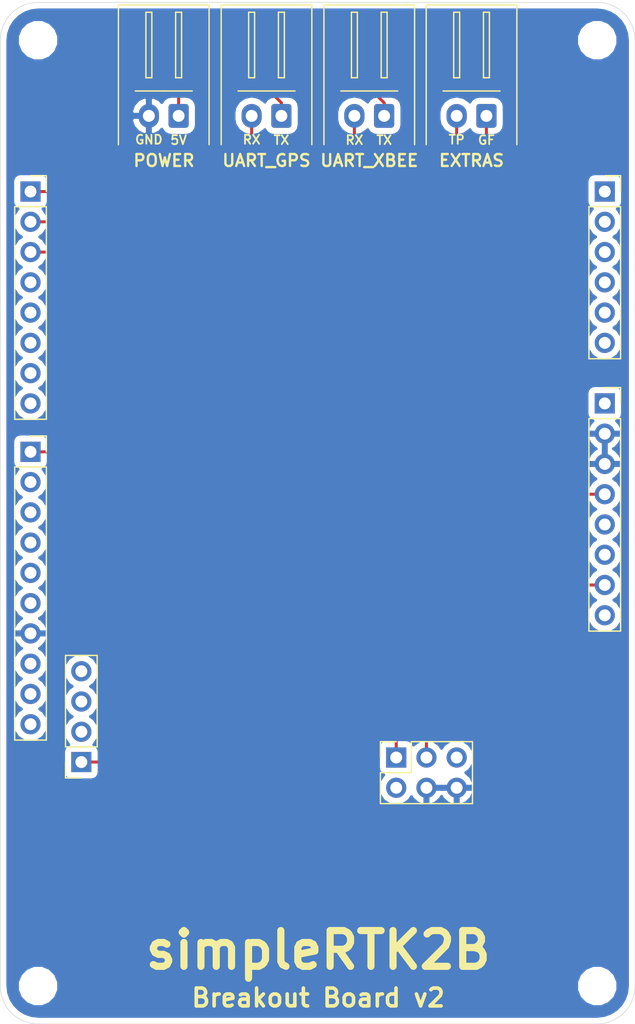
<source format=kicad_pcb>
(kicad_pcb (version 20171130) (host pcbnew "(6.0.0-rc1-dev-1209-gf90ca7408)")

  (general
    (thickness 1.6)
    (drawings 22)
    (tracks 43)
    (zones 0)
    (modules 14)
    (nets 38)
  )

  (page A4)
  (title_block
    (title "simpleRTK2B Breakout Board")
    (date 2019-01-04)
    (rev v2)
    (company "Blok21 Software Limited")
    (comment 1 "Author: Nebojša Cvetković")
  )

  (layers
    (0 F.Cu signal)
    (31 B.Cu signal)
    (32 B.Adhes user)
    (33 F.Adhes user)
    (34 B.Paste user)
    (35 F.Paste user)
    (36 B.SilkS user)
    (37 F.SilkS user)
    (38 B.Mask user)
    (39 F.Mask user)
    (40 Dwgs.User user)
    (41 Cmts.User user)
    (42 Eco1.User user)
    (43 Eco2.User user)
    (44 Edge.Cuts user)
    (45 Margin user)
    (46 B.CrtYd user)
    (47 F.CrtYd user)
    (48 B.Fab user)
    (49 F.Fab user)
  )

  (setup
    (last_trace_width 0.25)
    (trace_clearance 0.2)
    (zone_clearance 0.508)
    (zone_45_only no)
    (trace_min 0.2)
    (via_size 0.8)
    (via_drill 0.4)
    (via_min_size 0.4)
    (via_min_drill 0.3)
    (uvia_size 0.3)
    (uvia_drill 0.1)
    (uvias_allowed no)
    (uvia_min_size 0.2)
    (uvia_min_drill 0.1)
    (edge_width 0.05)
    (segment_width 0.2)
    (pcb_text_width 0.3)
    (pcb_text_size 1.5 1.5)
    (mod_edge_width 0.12)
    (mod_text_size 1 1)
    (mod_text_width 0.15)
    (pad_size 1.524 1.524)
    (pad_drill 0.762)
    (pad_to_mask_clearance 0.051)
    (solder_mask_min_width 0.25)
    (aux_axis_origin 0 0)
    (grid_origin 134.62 110.744)
    (visible_elements 7FFDFFFF)
    (pcbplotparams
      (layerselection 0x010f0_ffffffff)
      (usegerberextensions false)
      (usegerberattributes false)
      (usegerberadvancedattributes false)
      (creategerberjobfile false)
      (excludeedgelayer true)
      (linewidth 0.100000)
      (plotframeref false)
      (viasonmask false)
      (mode 1)
      (useauxorigin false)
      (hpglpennumber 1)
      (hpglpenspeed 20)
      (hpglpendiameter 15.000000)
      (psnegative false)
      (psa4output false)
      (plotreference true)
      (plotvalue true)
      (plotinvisibletext false)
      (padsonsilk false)
      (subtractmaskfromsilk false)
      (outputformat 1)
      (mirror false)
      (drillshape 0)
      (scaleselection 1)
      (outputdirectory "out"))
  )

  (net 0 "")
  (net 1 "Net-(J1-Pad8)")
  (net 2 "Net-(J1-Pad7)")
  (net 3 "Net-(J1-Pad6)")
  (net 4 "Net-(J1-Pad5)")
  (net 5 "Net-(J1-Pad4)")
  (net 6 XBEE_TX)
  (net 7 GPS_RX)
  (net 8 GPS_TX)
  (net 9 "Net-(J2-Pad10)")
  (net 10 "Net-(J2-Pad9)")
  (net 11 "Net-(J2-Pad8)")
  (net 12 GND)
  (net 13 "Net-(J2-Pad6)")
  (net 14 "Net-(J2-Pad5)")
  (net 15 "Net-(J2-Pad4)")
  (net 16 "Net-(J2-Pad3)")
  (net 17 "Net-(J2-Pad2)")
  (net 18 XBEE_RX)
  (net 19 +5V)
  (net 20 TIMEPULSE)
  (net 21 GEOFENCE)
  (net 22 TX_READY)
  (net 23 RESET_N)
  (net 24 SAFEBOOT_N)
  (net 25 +3V3)
  (net 26 "Net-(J11-Pad6)")
  (net 27 "Net-(J11-Pad5)")
  (net 28 "Net-(J11-Pad4)")
  (net 29 "Net-(J11-Pad3)")
  (net 30 "Net-(J11-Pad2)")
  (net 31 "Net-(J11-Pad1)")
  (net 32 "Net-(J12-Pad8)")
  (net 33 "Net-(J12-Pad6)")
  (net 34 "Net-(J12-Pad5)")
  (net 35 "Net-(J12-Pad1)")
  (net 36 "Net-(J8-Pad2)")
  (net 37 "Net-(J8-Pad5)")

  (net_class Default "This is the default net class."
    (clearance 0.2)
    (trace_width 0.25)
    (via_dia 0.8)
    (via_drill 0.4)
    (uvia_dia 0.3)
    (uvia_drill 0.1)
    (add_net +3V3)
    (add_net +5V)
    (add_net GEOFENCE)
    (add_net GND)
    (add_net GPS_RX)
    (add_net GPS_TX)
    (add_net "Net-(J1-Pad4)")
    (add_net "Net-(J1-Pad5)")
    (add_net "Net-(J1-Pad6)")
    (add_net "Net-(J1-Pad7)")
    (add_net "Net-(J1-Pad8)")
    (add_net "Net-(J11-Pad1)")
    (add_net "Net-(J11-Pad2)")
    (add_net "Net-(J11-Pad3)")
    (add_net "Net-(J11-Pad4)")
    (add_net "Net-(J11-Pad5)")
    (add_net "Net-(J11-Pad6)")
    (add_net "Net-(J12-Pad1)")
    (add_net "Net-(J12-Pad5)")
    (add_net "Net-(J12-Pad6)")
    (add_net "Net-(J12-Pad8)")
    (add_net "Net-(J2-Pad10)")
    (add_net "Net-(J2-Pad2)")
    (add_net "Net-(J2-Pad3)")
    (add_net "Net-(J2-Pad4)")
    (add_net "Net-(J2-Pad5)")
    (add_net "Net-(J2-Pad6)")
    (add_net "Net-(J2-Pad8)")
    (add_net "Net-(J2-Pad9)")
    (add_net "Net-(J8-Pad2)")
    (add_net "Net-(J8-Pad5)")
    (add_net RESET_N)
    (add_net SAFEBOOT_N)
    (add_net TIMEPULSE)
    (add_net TX_READY)
    (add_net XBEE_RX)
    (add_net XBEE_TX)
  )

  (module Connector_JST:JST_XH_S02B-XH-A_1x02_P2.50mm_Horizontal (layer F.Cu) (tedit 5C2E95CE) (tstamp 5C0931BE)
    (at 148.804 77.47 180)
    (descr "JST XH series connector, S02B-XH-A (http://www.jst-mfg.com/product/pdf/eng/eXH.pdf), generated with kicad-footprint-generator")
    (tags "connector JST XH top entry")
    (path /5C645020)
    (fp_text reference J6 (at 1.25 -3.5 180) (layer F.SilkS) hide
      (effects (font (size 1 1) (thickness 0.15)))
    )
    (fp_text value Conn_Extra (at 1.25 10.4 180) (layer F.Fab)
      (effects (font (size 1 1) (thickness 0.15)))
    )
    (fp_text user %R (at 1.25 3.45 180) (layer F.Fab)
      (effects (font (size 1 1) (thickness 0.15)))
    )
    (fp_line (start 0 1.2) (end 0.625 2.2) (layer F.Fab) (width 0.1))
    (fp_line (start -0.625 2.2) (end 0 1.2) (layer F.Fab) (width 0.1))
    (fp_line (start 2.75 3.2) (end 2.25 3.2) (layer F.SilkS) (width 0.12))
    (fp_line (start 2.75 8.7) (end 2.75 3.2) (layer F.SilkS) (width 0.12))
    (fp_line (start 2.25 8.7) (end 2.75 8.7) (layer F.SilkS) (width 0.12))
    (fp_line (start 2.25 3.2) (end 2.25 8.7) (layer F.SilkS) (width 0.12))
    (fp_line (start 0.25 3.2) (end -0.25 3.2) (layer F.SilkS) (width 0.12))
    (fp_line (start 0.25 8.7) (end 0.25 3.2) (layer F.SilkS) (width 0.12))
    (fp_line (start -0.25 8.7) (end 0.25 8.7) (layer F.SilkS) (width 0.12))
    (fp_line (start -0.25 3.2) (end -0.25 8.7) (layer F.SilkS) (width 0.12))
    (fp_line (start 3.75 2.2) (end 1.25 2.2) (layer F.Fab) (width 0.1))
    (fp_line (start 3.75 -2.3) (end 3.75 2.2) (layer F.Fab) (width 0.1))
    (fp_line (start 4.95 -2.3) (end 3.75 -2.3) (layer F.Fab) (width 0.1))
    (fp_line (start 4.95 9.2) (end 4.95 -2.3) (layer F.Fab) (width 0.1))
    (fp_line (start 1.25 9.2) (end 4.95 9.2) (layer F.Fab) (width 0.1))
    (fp_line (start -1.25 2.2) (end 1.25 2.2) (layer F.Fab) (width 0.1))
    (fp_line (start -1.25 -2.3) (end -1.25 2.2) (layer F.Fab) (width 0.1))
    (fp_line (start -2.45 -2.3) (end -1.25 -2.3) (layer F.Fab) (width 0.1))
    (fp_line (start -2.45 9.2) (end -2.45 -2.3) (layer F.Fab) (width 0.1))
    (fp_line (start 1.25 9.2) (end -2.45 9.2) (layer F.Fab) (width 0.1))
    (fp_line (start 3.64 2.09) (end 1.25 2.09) (layer F.SilkS) (width 0.12))
    (fp_line (start 5.06 9.31) (end 5.06 -2.41) (layer F.SilkS) (width 0.12))
    (fp_line (start 1.25 9.31) (end 5.06 9.31) (layer F.SilkS) (width 0.12))
    (fp_line (start -1.14 2.09) (end 1.25 2.09) (layer F.SilkS) (width 0.12))
    (fp_line (start -2.56 9.31) (end -2.56 -2.41) (layer F.SilkS) (width 0.12))
    (fp_line (start 1.25 9.31) (end -2.56 9.31) (layer F.SilkS) (width 0.12))
    (fp_line (start 5.45 -2.8) (end -2.95 -2.8) (layer F.CrtYd) (width 0.05))
    (fp_line (start 5.45 9.7) (end 5.45 -2.8) (layer F.CrtYd) (width 0.05))
    (fp_line (start -2.95 9.7) (end 5.45 9.7) (layer F.CrtYd) (width 0.05))
    (fp_line (start -2.95 -2.8) (end -2.95 9.7) (layer F.CrtYd) (width 0.05))
    (pad 2 thru_hole oval (at 2.5 0 180) (size 1.7 2) (drill 1) (layers *.Cu *.Mask)
      (net 20 TIMEPULSE))
    (pad 1 thru_hole roundrect (at 0 0 180) (size 1.7 2) (drill 1) (layers *.Cu *.Mask) (roundrect_rratio 0.147059)
      (net 21 GEOFENCE))
    (model ${KISYS3DMOD}/Connector_JST.3dshapes/JST_XH_S02B-XH-A_1x02_P2.50mm_Horizontal.wrl
      (at (xyz 0 0 0))
      (scale (xyz 1 1 1))
      (rotate (xyz 0 0 0))
    )
  )

  (module MountingHole:MountingHole_2.2mm_M2 (layer F.Cu) (tedit 56D1B4CB) (tstamp 5C301795)
    (at 158.115 150.495)
    (descr "Mounting Hole 2.2mm, no annular, M2")
    (tags "mounting hole 2.2mm no annular m2")
    (path /5C397A77)
    (attr virtual)
    (fp_text reference H4 (at 0 -3.2) (layer F.SilkS) hide
      (effects (font (size 1 1) (thickness 0.15)))
    )
    (fp_text value MountingHole (at 0 3.2) (layer F.Fab)
      (effects (font (size 1 1) (thickness 0.15)))
    )
    (fp_circle (center 0 0) (end 2.45 0) (layer F.CrtYd) (width 0.05))
    (fp_circle (center 0 0) (end 2.2 0) (layer Cmts.User) (width 0.15))
    (fp_text user %R (at 0.3 0) (layer F.Fab)
      (effects (font (size 1 1) (thickness 0.15)))
    )
    (pad 1 np_thru_hole circle (at 0 0) (size 2.2 2.2) (drill 2.2) (layers *.Cu *.Mask))
  )

  (module MountingHole:MountingHole_2.2mm_M2 (layer F.Cu) (tedit 56D1B4CB) (tstamp 5C302969)
    (at 111.125 150.495)
    (descr "Mounting Hole 2.2mm, no annular, M2")
    (tags "mounting hole 2.2mm no annular m2")
    (path /5C3975D1)
    (attr virtual)
    (fp_text reference H3 (at 0 -3.2) (layer F.SilkS) hide
      (effects (font (size 1 1) (thickness 0.15)))
    )
    (fp_text value MountingHole (at 0 3.2) (layer F.Fab)
      (effects (font (size 1 1) (thickness 0.15)))
    )
    (fp_circle (center 0 0) (end 2.45 0) (layer F.CrtYd) (width 0.05))
    (fp_circle (center 0 0) (end 2.2 0) (layer Cmts.User) (width 0.15))
    (fp_text user %R (at 0.3 0) (layer F.Fab)
      (effects (font (size 1 1) (thickness 0.15)))
    )
    (pad 1 np_thru_hole circle (at 0 0) (size 2.2 2.2) (drill 2.2) (layers *.Cu *.Mask))
  )

  (module MountingHole:MountingHole_2.2mm_M2 (layer F.Cu) (tedit 56D1B4CB) (tstamp 5C301785)
    (at 158.115 71.12)
    (descr "Mounting Hole 2.2mm, no annular, M2")
    (tags "mounting hole 2.2mm no annular m2")
    (path /5C39731C)
    (attr virtual)
    (fp_text reference H2 (at 0 -3.2) (layer F.SilkS) hide
      (effects (font (size 1 1) (thickness 0.15)))
    )
    (fp_text value MountingHole (at 0 3.2) (layer F.Fab)
      (effects (font (size 1 1) (thickness 0.15)))
    )
    (fp_circle (center 0 0) (end 2.45 0) (layer F.CrtYd) (width 0.05))
    (fp_circle (center 0 0) (end 2.2 0) (layer Cmts.User) (width 0.15))
    (fp_text user %R (at 0.3 0) (layer F.Fab)
      (effects (font (size 1 1) (thickness 0.15)))
    )
    (pad 1 np_thru_hole circle (at 0 0) (size 2.2 2.2) (drill 2.2) (layers *.Cu *.Mask))
  )

  (module MountingHole:MountingHole_2.2mm_M2 (layer F.Cu) (tedit 56D1B4CB) (tstamp 5C3028FF)
    (at 111.125 71.12)
    (descr "Mounting Hole 2.2mm, no annular, M2")
    (tags "mounting hole 2.2mm no annular m2")
    (path /5C396C63)
    (attr virtual)
    (fp_text reference H1 (at 0 -3.2) (layer F.SilkS) hide
      (effects (font (size 1 1) (thickness 0.15)))
    )
    (fp_text value MountingHole (at 0 3.2) (layer F.Fab)
      (effects (font (size 1 1) (thickness 0.15)))
    )
    (fp_circle (center 0 0) (end 2.45 0) (layer F.CrtYd) (width 0.05))
    (fp_circle (center 0 0) (end 2.2 0) (layer Cmts.User) (width 0.15))
    (fp_text user %R (at 0.3 0) (layer F.Fab)
      (effects (font (size 1 1) (thickness 0.15)))
    )
    (pad 1 np_thru_hole circle (at 0 0) (size 2.2 2.2) (drill 2.2) (layers *.Cu *.Mask))
  )

  (module Connector_JST:JST_XH_S02B-XH-A_1x02_P2.50mm_Horizontal (layer F.Cu) (tedit 5C05F79F) (tstamp 5C093135)
    (at 131.572 77.47 180)
    (descr "JST XH series connector, S02B-XH-A (http://www.jst-mfg.com/product/pdf/eng/eXH.pdf), generated with kicad-footprint-generator")
    (tags "connector JST XH top entry")
    (path /5C63F059)
    (fp_text reference J3 (at 1.25 -3.5 180) (layer F.SilkS) hide
      (effects (font (size 1 1) (thickness 0.15)))
    )
    (fp_text value Conn_UART_GPS (at 1.25 10.4 180) (layer F.Fab)
      (effects (font (size 1 1) (thickness 0.15)))
    )
    (fp_text user %R (at 1.25 3.45 180) (layer F.Fab)
      (effects (font (size 1 1) (thickness 0.15)))
    )
    (fp_line (start 0 1.2) (end 0.625 2.2) (layer F.Fab) (width 0.1))
    (fp_line (start -0.625 2.2) (end 0 1.2) (layer F.Fab) (width 0.1))
    (fp_line (start 2.75 3.2) (end 2.25 3.2) (layer F.SilkS) (width 0.12))
    (fp_line (start 2.75 8.7) (end 2.75 3.2) (layer F.SilkS) (width 0.12))
    (fp_line (start 2.25 8.7) (end 2.75 8.7) (layer F.SilkS) (width 0.12))
    (fp_line (start 2.25 3.2) (end 2.25 8.7) (layer F.SilkS) (width 0.12))
    (fp_line (start 0.25 3.2) (end -0.25 3.2) (layer F.SilkS) (width 0.12))
    (fp_line (start 0.25 8.7) (end 0.25 3.2) (layer F.SilkS) (width 0.12))
    (fp_line (start -0.25 8.7) (end 0.25 8.7) (layer F.SilkS) (width 0.12))
    (fp_line (start -0.25 3.2) (end -0.25 8.7) (layer F.SilkS) (width 0.12))
    (fp_line (start 3.75 2.2) (end 1.25 2.2) (layer F.Fab) (width 0.1))
    (fp_line (start 3.75 -2.3) (end 3.75 2.2) (layer F.Fab) (width 0.1))
    (fp_line (start 4.95 -2.3) (end 3.75 -2.3) (layer F.Fab) (width 0.1))
    (fp_line (start 4.95 9.2) (end 4.95 -2.3) (layer F.Fab) (width 0.1))
    (fp_line (start 1.25 9.2) (end 4.95 9.2) (layer F.Fab) (width 0.1))
    (fp_line (start -1.25 2.2) (end 1.25 2.2) (layer F.Fab) (width 0.1))
    (fp_line (start -1.25 -2.3) (end -1.25 2.2) (layer F.Fab) (width 0.1))
    (fp_line (start -2.45 -2.3) (end -1.25 -2.3) (layer F.Fab) (width 0.1))
    (fp_line (start -2.45 9.2) (end -2.45 -2.3) (layer F.Fab) (width 0.1))
    (fp_line (start 1.25 9.2) (end -2.45 9.2) (layer F.Fab) (width 0.1))
    (fp_line (start 3.64 2.09) (end 1.25 2.09) (layer F.SilkS) (width 0.12))
    (fp_line (start 5.06 9.31) (end 5.06 -2.41) (layer F.SilkS) (width 0.12))
    (fp_line (start 1.25 9.31) (end 5.06 9.31) (layer F.SilkS) (width 0.12))
    (fp_line (start -1.14 2.09) (end 1.25 2.09) (layer F.SilkS) (width 0.12))
    (fp_line (start -2.56 9.31) (end -2.56 -2.41) (layer F.SilkS) (width 0.12))
    (fp_line (start 1.25 9.31) (end -2.56 9.31) (layer F.SilkS) (width 0.12))
    (fp_line (start 5.45 -2.8) (end -2.95 -2.8) (layer F.CrtYd) (width 0.05))
    (fp_line (start 5.45 9.7) (end 5.45 -2.8) (layer F.CrtYd) (width 0.05))
    (fp_line (start -2.95 9.7) (end 5.45 9.7) (layer F.CrtYd) (width 0.05))
    (fp_line (start -2.95 -2.8) (end -2.95 9.7) (layer F.CrtYd) (width 0.05))
    (pad 2 thru_hole oval (at 2.5 0 180) (size 1.7 2) (drill 1) (layers *.Cu *.Mask)
      (net 7 GPS_RX))
    (pad 1 thru_hole roundrect (at 0 0 180) (size 1.7 2) (drill 1) (layers *.Cu *.Mask) (roundrect_rratio 0.147059)
      (net 8 GPS_TX))
    (model ${KISYS3DMOD}/Connector_JST.3dshapes/JST_XH_S02B-XH-A_1x02_P2.50mm_Horizontal.wrl
      (at (xyz 0 0 0))
      (scale (xyz 1 1 1))
      (rotate (xyz 0 0 0))
    )
  )

  (module Connector_JST:JST_XH_S02B-XH-A_1x02_P2.50mm_Horizontal (layer F.Cu) (tedit 5C05F78B) (tstamp 5C093161)
    (at 140.208 77.47 180)
    (descr "JST XH series connector, S02B-XH-A (http://www.jst-mfg.com/product/pdf/eng/eXH.pdf), generated with kicad-footprint-generator")
    (tags "connector JST XH top entry")
    (path /5C641AAF)
    (fp_text reference J4 (at 1.25 -3.5 180) (layer F.SilkS) hide
      (effects (font (size 1 1) (thickness 0.15)))
    )
    (fp_text value Conn_UART_XBEE (at 1.25 10.4 180) (layer F.Fab)
      (effects (font (size 1 1) (thickness 0.15)))
    )
    (fp_text user %R (at 1.25 3.45 180) (layer F.Fab)
      (effects (font (size 1 1) (thickness 0.15)))
    )
    (fp_line (start 0 1.2) (end 0.625 2.2) (layer F.Fab) (width 0.1))
    (fp_line (start -0.625 2.2) (end 0 1.2) (layer F.Fab) (width 0.1))
    (fp_line (start 2.75 3.2) (end 2.25 3.2) (layer F.SilkS) (width 0.12))
    (fp_line (start 2.75 8.7) (end 2.75 3.2) (layer F.SilkS) (width 0.12))
    (fp_line (start 2.25 8.7) (end 2.75 8.7) (layer F.SilkS) (width 0.12))
    (fp_line (start 2.25 3.2) (end 2.25 8.7) (layer F.SilkS) (width 0.12))
    (fp_line (start 0.25 3.2) (end -0.25 3.2) (layer F.SilkS) (width 0.12))
    (fp_line (start 0.25 8.7) (end 0.25 3.2) (layer F.SilkS) (width 0.12))
    (fp_line (start -0.25 8.7) (end 0.25 8.7) (layer F.SilkS) (width 0.12))
    (fp_line (start -0.25 3.2) (end -0.25 8.7) (layer F.SilkS) (width 0.12))
    (fp_line (start 3.75 2.2) (end 1.25 2.2) (layer F.Fab) (width 0.1))
    (fp_line (start 3.75 -2.3) (end 3.75 2.2) (layer F.Fab) (width 0.1))
    (fp_line (start 4.95 -2.3) (end 3.75 -2.3) (layer F.Fab) (width 0.1))
    (fp_line (start 4.95 9.2) (end 4.95 -2.3) (layer F.Fab) (width 0.1))
    (fp_line (start 1.25 9.2) (end 4.95 9.2) (layer F.Fab) (width 0.1))
    (fp_line (start -1.25 2.2) (end 1.25 2.2) (layer F.Fab) (width 0.1))
    (fp_line (start -1.25 -2.3) (end -1.25 2.2) (layer F.Fab) (width 0.1))
    (fp_line (start -2.45 -2.3) (end -1.25 -2.3) (layer F.Fab) (width 0.1))
    (fp_line (start -2.45 9.2) (end -2.45 -2.3) (layer F.Fab) (width 0.1))
    (fp_line (start 1.25 9.2) (end -2.45 9.2) (layer F.Fab) (width 0.1))
    (fp_line (start 3.64 2.09) (end 1.25 2.09) (layer F.SilkS) (width 0.12))
    (fp_line (start 5.06 9.31) (end 5.06 -2.41) (layer F.SilkS) (width 0.12))
    (fp_line (start 1.25 9.31) (end 5.06 9.31) (layer F.SilkS) (width 0.12))
    (fp_line (start -1.14 2.09) (end 1.25 2.09) (layer F.SilkS) (width 0.12))
    (fp_line (start -2.56 9.31) (end -2.56 -2.41) (layer F.SilkS) (width 0.12))
    (fp_line (start 1.25 9.31) (end -2.56 9.31) (layer F.SilkS) (width 0.12))
    (fp_line (start 5.45 -2.8) (end -2.95 -2.8) (layer F.CrtYd) (width 0.05))
    (fp_line (start 5.45 9.7) (end 5.45 -2.8) (layer F.CrtYd) (width 0.05))
    (fp_line (start -2.95 9.7) (end 5.45 9.7) (layer F.CrtYd) (width 0.05))
    (fp_line (start -2.95 -2.8) (end -2.95 9.7) (layer F.CrtYd) (width 0.05))
    (pad 2 thru_hole oval (at 2.5 0 180) (size 1.7 2) (drill 1) (layers *.Cu *.Mask)
      (net 18 XBEE_RX))
    (pad 1 thru_hole roundrect (at 0 0 180) (size 1.7 2) (drill 1) (layers *.Cu *.Mask) (roundrect_rratio 0.147059)
      (net 6 XBEE_TX))
    (model ${KISYS3DMOD}/Connector_JST.3dshapes/JST_XH_S02B-XH-A_1x02_P2.50mm_Horizontal.wrl
      (at (xyz 0 0 0))
      (scale (xyz 1 1 1))
      (rotate (xyz 0 0 0))
    )
  )

  (module Connector_JST:JST_XH_S02B-XH-A_1x02_P2.50mm_Horizontal (layer F.Cu) (tedit 5C05F77F) (tstamp 5C301B37)
    (at 122.936 77.47 180)
    (descr "JST XH series connector, S02B-XH-A (http://www.jst-mfg.com/product/pdf/eng/eXH.pdf), generated with kicad-footprint-generator")
    (tags "connector JST XH top entry")
    (path /5C641E05)
    (fp_text reference J5 (at 1.25 -3.5 180) (layer F.SilkS) hide
      (effects (font (size 1 1) (thickness 0.15)))
    )
    (fp_text value Conn_POWER (at 1.25 10.4 180) (layer F.Fab)
      (effects (font (size 1 1) (thickness 0.15)))
    )
    (fp_text user %R (at 1.25 3.45 180) (layer F.Fab)
      (effects (font (size 1 1) (thickness 0.15)))
    )
    (fp_line (start 0 1.2) (end 0.625 2.2) (layer F.Fab) (width 0.1))
    (fp_line (start -0.625 2.2) (end 0 1.2) (layer F.Fab) (width 0.1))
    (fp_line (start 2.75 3.2) (end 2.25 3.2) (layer F.SilkS) (width 0.12))
    (fp_line (start 2.75 8.7) (end 2.75 3.2) (layer F.SilkS) (width 0.12))
    (fp_line (start 2.25 8.7) (end 2.75 8.7) (layer F.SilkS) (width 0.12))
    (fp_line (start 2.25 3.2) (end 2.25 8.7) (layer F.SilkS) (width 0.12))
    (fp_line (start 0.25 3.2) (end -0.25 3.2) (layer F.SilkS) (width 0.12))
    (fp_line (start 0.25 8.7) (end 0.25 3.2) (layer F.SilkS) (width 0.12))
    (fp_line (start -0.25 8.7) (end 0.25 8.7) (layer F.SilkS) (width 0.12))
    (fp_line (start -0.25 3.2) (end -0.25 8.7) (layer F.SilkS) (width 0.12))
    (fp_line (start 3.75 2.2) (end 1.25 2.2) (layer F.Fab) (width 0.1))
    (fp_line (start 3.75 -2.3) (end 3.75 2.2) (layer F.Fab) (width 0.1))
    (fp_line (start 4.95 -2.3) (end 3.75 -2.3) (layer F.Fab) (width 0.1))
    (fp_line (start 4.95 9.2) (end 4.95 -2.3) (layer F.Fab) (width 0.1))
    (fp_line (start 1.25 9.2) (end 4.95 9.2) (layer F.Fab) (width 0.1))
    (fp_line (start -1.25 2.2) (end 1.25 2.2) (layer F.Fab) (width 0.1))
    (fp_line (start -1.25 -2.3) (end -1.25 2.2) (layer F.Fab) (width 0.1))
    (fp_line (start -2.45 -2.3) (end -1.25 -2.3) (layer F.Fab) (width 0.1))
    (fp_line (start -2.45 9.2) (end -2.45 -2.3) (layer F.Fab) (width 0.1))
    (fp_line (start 1.25 9.2) (end -2.45 9.2) (layer F.Fab) (width 0.1))
    (fp_line (start 3.64 2.09) (end 1.25 2.09) (layer F.SilkS) (width 0.12))
    (fp_line (start 5.06 9.31) (end 5.06 -2.41) (layer F.SilkS) (width 0.12))
    (fp_line (start 1.25 9.31) (end 5.06 9.31) (layer F.SilkS) (width 0.12))
    (fp_line (start -1.14 2.09) (end 1.25 2.09) (layer F.SilkS) (width 0.12))
    (fp_line (start -2.56 9.31) (end -2.56 -2.41) (layer F.SilkS) (width 0.12))
    (fp_line (start 1.25 9.31) (end -2.56 9.31) (layer F.SilkS) (width 0.12))
    (fp_line (start 5.45 -2.8) (end -2.95 -2.8) (layer F.CrtYd) (width 0.05))
    (fp_line (start 5.45 9.7) (end 5.45 -2.8) (layer F.CrtYd) (width 0.05))
    (fp_line (start -2.95 9.7) (end 5.45 9.7) (layer F.CrtYd) (width 0.05))
    (fp_line (start -2.95 -2.8) (end -2.95 9.7) (layer F.CrtYd) (width 0.05))
    (pad 2 thru_hole oval (at 2.5 0 180) (size 1.7 2) (drill 1) (layers *.Cu *.Mask)
      (net 12 GND))
    (pad 1 thru_hole roundrect (at 0 0 180) (size 1.7 2) (drill 1) (layers *.Cu *.Mask) (roundrect_rratio 0.147059)
      (net 19 +5V))
    (model ${KISYS3DMOD}/Connector_JST.3dshapes/JST_XH_S02B-XH-A_1x02_P2.50mm_Horizontal.wrl
      (at (xyz 0 0 0))
      (scale (xyz 1 1 1))
      (rotate (xyz 0 0 0))
    )
  )

  (module Connector_PinSocket_2.54mm:PinSocket_2x03_P2.54mm_Vertical (layer F.Cu) (tedit 5A19A425) (tstamp 5C060674)
    (at 141.224 131.318 90)
    (descr "Through hole straight socket strip, 2x03, 2.54mm pitch, double cols (from Kicad 4.0.7), script generated")
    (tags "Through hole socket strip THT 2x03 2.54mm double row")
    (path /5C06373A)
    (fp_text reference J8 (at -1.27 -2.77 90) (layer F.SilkS) hide
      (effects (font (size 1 1) (thickness 0.15)))
    )
    (fp_text value Conn_SR2B_F (at -1.27 7.85 90) (layer F.Fab)
      (effects (font (size 1 1) (thickness 0.15)))
    )
    (fp_text user %R (at -1.27 2.54 180) (layer F.Fab)
      (effects (font (size 1 1) (thickness 0.15)))
    )
    (fp_line (start -4.34 6.85) (end -4.34 -1.8) (layer F.CrtYd) (width 0.05))
    (fp_line (start 1.76 6.85) (end -4.34 6.85) (layer F.CrtYd) (width 0.05))
    (fp_line (start 1.76 -1.8) (end 1.76 6.85) (layer F.CrtYd) (width 0.05))
    (fp_line (start -4.34 -1.8) (end 1.76 -1.8) (layer F.CrtYd) (width 0.05))
    (fp_line (start 0 -1.33) (end 1.33 -1.33) (layer F.SilkS) (width 0.12))
    (fp_line (start 1.33 -1.33) (end 1.33 0) (layer F.SilkS) (width 0.12))
    (fp_line (start -1.27 -1.33) (end -1.27 1.27) (layer F.SilkS) (width 0.12))
    (fp_line (start -1.27 1.27) (end 1.33 1.27) (layer F.SilkS) (width 0.12))
    (fp_line (start 1.33 1.27) (end 1.33 6.41) (layer F.SilkS) (width 0.12))
    (fp_line (start -3.87 6.41) (end 1.33 6.41) (layer F.SilkS) (width 0.12))
    (fp_line (start -3.87 -1.33) (end -3.87 6.41) (layer F.SilkS) (width 0.12))
    (fp_line (start -3.87 -1.33) (end -1.27 -1.33) (layer F.SilkS) (width 0.12))
    (fp_line (start -3.81 6.35) (end -3.81 -1.27) (layer F.Fab) (width 0.1))
    (fp_line (start 1.27 6.35) (end -3.81 6.35) (layer F.Fab) (width 0.1))
    (fp_line (start 1.27 -0.27) (end 1.27 6.35) (layer F.Fab) (width 0.1))
    (fp_line (start 0.27 -1.27) (end 1.27 -0.27) (layer F.Fab) (width 0.1))
    (fp_line (start -3.81 -1.27) (end 0.27 -1.27) (layer F.Fab) (width 0.1))
    (pad 6 thru_hole oval (at -2.54 5.08 90) (size 1.7 1.7) (drill 1) (layers *.Cu *.Mask)
      (net 12 GND))
    (pad 5 thru_hole oval (at 0 5.08 90) (size 1.7 1.7) (drill 1) (layers *.Cu *.Mask)
      (net 37 "Net-(J8-Pad5)"))
    (pad 4 thru_hole oval (at -2.54 2.54 90) (size 1.7 1.7) (drill 1) (layers *.Cu *.Mask)
      (net 12 GND))
    (pad 3 thru_hole oval (at 0 2.54 90) (size 1.7 1.7) (drill 1) (layers *.Cu *.Mask)
      (net 25 +3V3))
    (pad 2 thru_hole oval (at -2.54 0 90) (size 1.7 1.7) (drill 1) (layers *.Cu *.Mask)
      (net 36 "Net-(J8-Pad2)"))
    (pad 1 thru_hole rect (at 0 0 90) (size 1.7 1.7) (drill 1) (layers *.Cu *.Mask)
      (net 21 GEOFENCE))
    (model ${KISYS3DMOD}/Connector_PinSocket_2.54mm.3dshapes/PinSocket_2x03_P2.54mm_Vertical.wrl
      (at (xyz 0 0 0))
      (scale (xyz 1 1 1))
      (rotate (xyz 0 0 0))
    )
  )

  (module Connector_PinSocket_2.54mm:PinSocket_1x08_P2.54mm_Vertical (layer F.Cu) (tedit 5A19A420) (tstamp 5C09324C)
    (at 158.75 101.6)
    (descr "Through hole straight socket strip, 1x08, 2.54mm pitch, single row (from Kicad 4.0.7), script generated")
    (tags "Through hole socket strip THT 1x08 2.54mm single row")
    (path /5C160F90)
    (fp_text reference J12 (at 0 -2.77) (layer F.SilkS) hide
      (effects (font (size 1 1) (thickness 0.15)))
    )
    (fp_text value Conn_SR2B_D (at 0 20.55) (layer F.Fab)
      (effects (font (size 1 1) (thickness 0.15)))
    )
    (fp_text user %R (at 0 8.89 90) (layer F.Fab)
      (effects (font (size 1 1) (thickness 0.15)))
    )
    (fp_line (start -1.8 19.55) (end -1.8 -1.8) (layer F.CrtYd) (width 0.05))
    (fp_line (start 1.75 19.55) (end -1.8 19.55) (layer F.CrtYd) (width 0.05))
    (fp_line (start 1.75 -1.8) (end 1.75 19.55) (layer F.CrtYd) (width 0.05))
    (fp_line (start -1.8 -1.8) (end 1.75 -1.8) (layer F.CrtYd) (width 0.05))
    (fp_line (start 0 -1.33) (end 1.33 -1.33) (layer F.SilkS) (width 0.12))
    (fp_line (start 1.33 -1.33) (end 1.33 0) (layer F.SilkS) (width 0.12))
    (fp_line (start 1.33 1.27) (end 1.33 19.11) (layer F.SilkS) (width 0.12))
    (fp_line (start -1.33 19.11) (end 1.33 19.11) (layer F.SilkS) (width 0.12))
    (fp_line (start -1.33 1.27) (end -1.33 19.11) (layer F.SilkS) (width 0.12))
    (fp_line (start -1.33 1.27) (end 1.33 1.27) (layer F.SilkS) (width 0.12))
    (fp_line (start -1.27 19.05) (end -1.27 -1.27) (layer F.Fab) (width 0.1))
    (fp_line (start 1.27 19.05) (end -1.27 19.05) (layer F.Fab) (width 0.1))
    (fp_line (start 1.27 -0.635) (end 1.27 19.05) (layer F.Fab) (width 0.1))
    (fp_line (start 0.635 -1.27) (end 1.27 -0.635) (layer F.Fab) (width 0.1))
    (fp_line (start -1.27 -1.27) (end 0.635 -1.27) (layer F.Fab) (width 0.1))
    (pad 8 thru_hole oval (at 0 17.78) (size 1.7 1.7) (drill 1) (layers *.Cu *.Mask)
      (net 32 "Net-(J12-Pad8)"))
    (pad 7 thru_hole oval (at 0 15.24) (size 1.7 1.7) (drill 1) (layers *.Cu *.Mask)
      (net 25 +3V3))
    (pad 6 thru_hole oval (at 0 12.7) (size 1.7 1.7) (drill 1) (layers *.Cu *.Mask)
      (net 33 "Net-(J12-Pad6)"))
    (pad 5 thru_hole oval (at 0 10.16) (size 1.7 1.7) (drill 1) (layers *.Cu *.Mask)
      (net 34 "Net-(J12-Pad5)"))
    (pad 4 thru_hole oval (at 0 7.62) (size 1.7 1.7) (drill 1) (layers *.Cu *.Mask)
      (net 19 +5V))
    (pad 3 thru_hole oval (at 0 5.08) (size 1.7 1.7) (drill 1) (layers *.Cu *.Mask)
      (net 12 GND))
    (pad 2 thru_hole oval (at 0 2.54) (size 1.7 1.7) (drill 1) (layers *.Cu *.Mask)
      (net 12 GND))
    (pad 1 thru_hole rect (at 0 0) (size 1.7 1.7) (drill 1) (layers *.Cu *.Mask)
      (net 35 "Net-(J12-Pad1)"))
    (model ${KISYS3DMOD}/Connector_PinSocket_2.54mm.3dshapes/PinSocket_1x08_P2.54mm_Vertical.wrl
      (at (xyz 0 0 0))
      (scale (xyz 1 1 1))
      (rotate (xyz 0 0 0))
    )
  )

  (module Connector_PinSocket_2.54mm:PinSocket_1x06_P2.54mm_Vertical (layer F.Cu) (tedit 5A19A430) (tstamp 5C093230)
    (at 158.75 83.82)
    (descr "Through hole straight socket strip, 1x06, 2.54mm pitch, single row (from Kicad 4.0.7), script generated")
    (tags "Through hole socket strip THT 1x06 2.54mm single row")
    (path /5C15F2EA)
    (fp_text reference J11 (at 0 -2.77) (layer F.SilkS) hide
      (effects (font (size 1 1) (thickness 0.15)))
    )
    (fp_text value Conn_SR2B_B (at 0 15.47) (layer F.Fab)
      (effects (font (size 1 1) (thickness 0.15)))
    )
    (fp_text user %R (at 0 6.35 90) (layer F.Fab)
      (effects (font (size 1 1) (thickness 0.15)))
    )
    (fp_line (start -1.8 14.45) (end -1.8 -1.8) (layer F.CrtYd) (width 0.05))
    (fp_line (start 1.75 14.45) (end -1.8 14.45) (layer F.CrtYd) (width 0.05))
    (fp_line (start 1.75 -1.8) (end 1.75 14.45) (layer F.CrtYd) (width 0.05))
    (fp_line (start -1.8 -1.8) (end 1.75 -1.8) (layer F.CrtYd) (width 0.05))
    (fp_line (start 0 -1.33) (end 1.33 -1.33) (layer F.SilkS) (width 0.12))
    (fp_line (start 1.33 -1.33) (end 1.33 0) (layer F.SilkS) (width 0.12))
    (fp_line (start 1.33 1.27) (end 1.33 14.03) (layer F.SilkS) (width 0.12))
    (fp_line (start -1.33 14.03) (end 1.33 14.03) (layer F.SilkS) (width 0.12))
    (fp_line (start -1.33 1.27) (end -1.33 14.03) (layer F.SilkS) (width 0.12))
    (fp_line (start -1.33 1.27) (end 1.33 1.27) (layer F.SilkS) (width 0.12))
    (fp_line (start -1.27 13.97) (end -1.27 -1.27) (layer F.Fab) (width 0.1))
    (fp_line (start 1.27 13.97) (end -1.27 13.97) (layer F.Fab) (width 0.1))
    (fp_line (start 1.27 -0.635) (end 1.27 13.97) (layer F.Fab) (width 0.1))
    (fp_line (start 0.635 -1.27) (end 1.27 -0.635) (layer F.Fab) (width 0.1))
    (fp_line (start -1.27 -1.27) (end 0.635 -1.27) (layer F.Fab) (width 0.1))
    (pad 6 thru_hole oval (at 0 12.7) (size 1.7 1.7) (drill 1) (layers *.Cu *.Mask)
      (net 26 "Net-(J11-Pad6)"))
    (pad 5 thru_hole oval (at 0 10.16) (size 1.7 1.7) (drill 1) (layers *.Cu *.Mask)
      (net 27 "Net-(J11-Pad5)"))
    (pad 4 thru_hole oval (at 0 7.62) (size 1.7 1.7) (drill 1) (layers *.Cu *.Mask)
      (net 28 "Net-(J11-Pad4)"))
    (pad 3 thru_hole oval (at 0 5.08) (size 1.7 1.7) (drill 1) (layers *.Cu *.Mask)
      (net 29 "Net-(J11-Pad3)"))
    (pad 2 thru_hole oval (at 0 2.54) (size 1.7 1.7) (drill 1) (layers *.Cu *.Mask)
      (net 30 "Net-(J11-Pad2)"))
    (pad 1 thru_hole rect (at 0 0) (size 1.7 1.7) (drill 1) (layers *.Cu *.Mask)
      (net 31 "Net-(J11-Pad1)"))
    (model ${KISYS3DMOD}/Connector_PinSocket_2.54mm.3dshapes/PinSocket_1x06_P2.54mm_Vertical.wrl
      (at (xyz 0 0 0))
      (scale (xyz 1 1 1))
      (rotate (xyz 0 0 0))
    )
  )

  (module Connector_PinSocket_2.54mm:PinSocket_1x04_P2.54mm_Vertical (layer F.Cu) (tedit 5A19A429) (tstamp 5C094FA0)
    (at 114.761 131.699 180)
    (descr "Through hole straight socket strip, 1x04, 2.54mm pitch, single row (from Kicad 4.0.7), script generated")
    (tags "Through hole socket strip THT 1x04 2.54mm single row")
    (path /5C6383C5)
    (fp_text reference J7 (at 0 -2.77 180) (layer F.SilkS) hide
      (effects (font (size 1 1) (thickness 0.15)))
    )
    (fp_text value Conn_SR2B_E (at 0 10.39 180) (layer F.Fab)
      (effects (font (size 1 1) (thickness 0.15)))
    )
    (fp_text user %R (at 0 3.81 270) (layer F.Fab)
      (effects (font (size 1 1) (thickness 0.15)))
    )
    (fp_line (start -1.8 9.4) (end -1.8 -1.8) (layer F.CrtYd) (width 0.05))
    (fp_line (start 1.75 9.4) (end -1.8 9.4) (layer F.CrtYd) (width 0.05))
    (fp_line (start 1.75 -1.8) (end 1.75 9.4) (layer F.CrtYd) (width 0.05))
    (fp_line (start -1.8 -1.8) (end 1.75 -1.8) (layer F.CrtYd) (width 0.05))
    (fp_line (start 0 -1.33) (end 1.33 -1.33) (layer F.SilkS) (width 0.12))
    (fp_line (start 1.33 -1.33) (end 1.33 0) (layer F.SilkS) (width 0.12))
    (fp_line (start 1.33 1.27) (end 1.33 8.95) (layer F.SilkS) (width 0.12))
    (fp_line (start -1.33 8.95) (end 1.33 8.95) (layer F.SilkS) (width 0.12))
    (fp_line (start -1.33 1.27) (end -1.33 8.95) (layer F.SilkS) (width 0.12))
    (fp_line (start -1.33 1.27) (end 1.33 1.27) (layer F.SilkS) (width 0.12))
    (fp_line (start -1.27 8.89) (end -1.27 -1.27) (layer F.Fab) (width 0.1))
    (fp_line (start 1.27 8.89) (end -1.27 8.89) (layer F.Fab) (width 0.1))
    (fp_line (start 1.27 -0.635) (end 1.27 8.89) (layer F.Fab) (width 0.1))
    (fp_line (start 0.635 -1.27) (end 1.27 -0.635) (layer F.Fab) (width 0.1))
    (fp_line (start -1.27 -1.27) (end 0.635 -1.27) (layer F.Fab) (width 0.1))
    (pad 4 thru_hole oval (at 0 7.62 180) (size 1.7 1.7) (drill 1) (layers *.Cu *.Mask)
      (net 22 TX_READY))
    (pad 3 thru_hole oval (at 0 5.08 180) (size 1.7 1.7) (drill 1) (layers *.Cu *.Mask)
      (net 23 RESET_N))
    (pad 2 thru_hole oval (at 0 2.54 180) (size 1.7 1.7) (drill 1) (layers *.Cu *.Mask)
      (net 24 SAFEBOOT_N))
    (pad 1 thru_hole rect (at 0 0 180) (size 1.7 1.7) (drill 1) (layers *.Cu *.Mask)
      (net 20 TIMEPULSE))
    (model ${KISYS3DMOD}/Connector_PinSocket_2.54mm.3dshapes/PinSocket_1x04_P2.54mm_Vertical.wrl
      (at (xyz 0 0 0))
      (scale (xyz 1 1 1))
      (rotate (xyz 0 0 0))
    )
  )

  (module Connector_PinSocket_2.54mm:PinSocket_1x10_P2.54mm_Vertical (layer F.Cu) (tedit 5A19A425) (tstamp 5C093109)
    (at 110.49 105.664)
    (descr "Through hole straight socket strip, 1x10, 2.54mm pitch, single row (from Kicad 4.0.7), script generated")
    (tags "Through hole socket strip THT 1x10 2.54mm single row")
    (path /5C160484)
    (fp_text reference J2 (at 0 -2.77) (layer F.SilkS) hide
      (effects (font (size 1 1) (thickness 0.15)))
    )
    (fp_text value Conn_SR2B_C (at 0 25.63) (layer F.Fab)
      (effects (font (size 1 1) (thickness 0.15)))
    )
    (fp_text user %R (at 0 11.43 90) (layer F.Fab)
      (effects (font (size 1 1) (thickness 0.15)))
    )
    (fp_line (start -1.8 24.6) (end -1.8 -1.8) (layer F.CrtYd) (width 0.05))
    (fp_line (start 1.75 24.6) (end -1.8 24.6) (layer F.CrtYd) (width 0.05))
    (fp_line (start 1.75 -1.8) (end 1.75 24.6) (layer F.CrtYd) (width 0.05))
    (fp_line (start -1.8 -1.8) (end 1.75 -1.8) (layer F.CrtYd) (width 0.05))
    (fp_line (start 0 -1.33) (end 1.33 -1.33) (layer F.SilkS) (width 0.12))
    (fp_line (start 1.33 -1.33) (end 1.33 0) (layer F.SilkS) (width 0.12))
    (fp_line (start 1.33 1.27) (end 1.33 24.19) (layer F.SilkS) (width 0.12))
    (fp_line (start -1.33 24.19) (end 1.33 24.19) (layer F.SilkS) (width 0.12))
    (fp_line (start -1.33 1.27) (end -1.33 24.19) (layer F.SilkS) (width 0.12))
    (fp_line (start -1.33 1.27) (end 1.33 1.27) (layer F.SilkS) (width 0.12))
    (fp_line (start -1.27 24.13) (end -1.27 -1.27) (layer F.Fab) (width 0.1))
    (fp_line (start 1.27 24.13) (end -1.27 24.13) (layer F.Fab) (width 0.1))
    (fp_line (start 1.27 -0.635) (end 1.27 24.13) (layer F.Fab) (width 0.1))
    (fp_line (start 0.635 -1.27) (end 1.27 -0.635) (layer F.Fab) (width 0.1))
    (fp_line (start -1.27 -1.27) (end 0.635 -1.27) (layer F.Fab) (width 0.1))
    (pad 10 thru_hole oval (at 0 22.86) (size 1.7 1.7) (drill 1) (layers *.Cu *.Mask)
      (net 9 "Net-(J2-Pad10)"))
    (pad 9 thru_hole oval (at 0 20.32) (size 1.7 1.7) (drill 1) (layers *.Cu *.Mask)
      (net 10 "Net-(J2-Pad9)"))
    (pad 8 thru_hole oval (at 0 17.78) (size 1.7 1.7) (drill 1) (layers *.Cu *.Mask)
      (net 11 "Net-(J2-Pad8)"))
    (pad 7 thru_hole oval (at 0 15.24) (size 1.7 1.7) (drill 1) (layers *.Cu *.Mask)
      (net 12 GND))
    (pad 6 thru_hole oval (at 0 12.7) (size 1.7 1.7) (drill 1) (layers *.Cu *.Mask)
      (net 13 "Net-(J2-Pad6)"))
    (pad 5 thru_hole oval (at 0 10.16) (size 1.7 1.7) (drill 1) (layers *.Cu *.Mask)
      (net 14 "Net-(J2-Pad5)"))
    (pad 4 thru_hole oval (at 0 7.62) (size 1.7 1.7) (drill 1) (layers *.Cu *.Mask)
      (net 15 "Net-(J2-Pad4)"))
    (pad 3 thru_hole oval (at 0 5.08) (size 1.7 1.7) (drill 1) (layers *.Cu *.Mask)
      (net 16 "Net-(J2-Pad3)"))
    (pad 2 thru_hole oval (at 0 2.54) (size 1.7 1.7) (drill 1) (layers *.Cu *.Mask)
      (net 17 "Net-(J2-Pad2)"))
    (pad 1 thru_hole rect (at 0 0) (size 1.7 1.7) (drill 1) (layers *.Cu *.Mask)
      (net 18 XBEE_RX))
    (model ${KISYS3DMOD}/Connector_PinSocket_2.54mm.3dshapes/PinSocket_1x10_P2.54mm_Vertical.wrl
      (at (xyz 0 0 0))
      (scale (xyz 1 1 1))
      (rotate (xyz 0 0 0))
    )
  )

  (module Connector_PinSocket_2.54mm:PinSocket_1x08_P2.54mm_Vertical (layer F.Cu) (tedit 5A19A420) (tstamp 5C0930EB)
    (at 110.49 83.82)
    (descr "Through hole straight socket strip, 1x08, 2.54mm pitch, single row (from Kicad 4.0.7), script generated")
    (tags "Through hole socket strip THT 1x08 2.54mm single row")
    (path /5C15E588)
    (fp_text reference J1 (at 0 -2.77) (layer F.SilkS) hide
      (effects (font (size 1 1) (thickness 0.15)))
    )
    (fp_text value Conn_SR2B_A (at 0 20.55) (layer F.Fab)
      (effects (font (size 1 1) (thickness 0.15)))
    )
    (fp_text user %R (at 0 8.89 90) (layer F.Fab)
      (effects (font (size 1 1) (thickness 0.15)))
    )
    (fp_line (start -1.8 19.55) (end -1.8 -1.8) (layer F.CrtYd) (width 0.05))
    (fp_line (start 1.75 19.55) (end -1.8 19.55) (layer F.CrtYd) (width 0.05))
    (fp_line (start 1.75 -1.8) (end 1.75 19.55) (layer F.CrtYd) (width 0.05))
    (fp_line (start -1.8 -1.8) (end 1.75 -1.8) (layer F.CrtYd) (width 0.05))
    (fp_line (start 0 -1.33) (end 1.33 -1.33) (layer F.SilkS) (width 0.12))
    (fp_line (start 1.33 -1.33) (end 1.33 0) (layer F.SilkS) (width 0.12))
    (fp_line (start 1.33 1.27) (end 1.33 19.11) (layer F.SilkS) (width 0.12))
    (fp_line (start -1.33 19.11) (end 1.33 19.11) (layer F.SilkS) (width 0.12))
    (fp_line (start -1.33 1.27) (end -1.33 19.11) (layer F.SilkS) (width 0.12))
    (fp_line (start -1.33 1.27) (end 1.33 1.27) (layer F.SilkS) (width 0.12))
    (fp_line (start -1.27 19.05) (end -1.27 -1.27) (layer F.Fab) (width 0.1))
    (fp_line (start 1.27 19.05) (end -1.27 19.05) (layer F.Fab) (width 0.1))
    (fp_line (start 1.27 -0.635) (end 1.27 19.05) (layer F.Fab) (width 0.1))
    (fp_line (start 0.635 -1.27) (end 1.27 -0.635) (layer F.Fab) (width 0.1))
    (fp_line (start -1.27 -1.27) (end 0.635 -1.27) (layer F.Fab) (width 0.1))
    (pad 8 thru_hole oval (at 0 17.78) (size 1.7 1.7) (drill 1) (layers *.Cu *.Mask)
      (net 1 "Net-(J1-Pad8)"))
    (pad 7 thru_hole oval (at 0 15.24) (size 1.7 1.7) (drill 1) (layers *.Cu *.Mask)
      (net 2 "Net-(J1-Pad7)"))
    (pad 6 thru_hole oval (at 0 12.7) (size 1.7 1.7) (drill 1) (layers *.Cu *.Mask)
      (net 3 "Net-(J1-Pad6)"))
    (pad 5 thru_hole oval (at 0 10.16) (size 1.7 1.7) (drill 1) (layers *.Cu *.Mask)
      (net 4 "Net-(J1-Pad5)"))
    (pad 4 thru_hole oval (at 0 7.62) (size 1.7 1.7) (drill 1) (layers *.Cu *.Mask)
      (net 5 "Net-(J1-Pad4)"))
    (pad 3 thru_hole oval (at 0 5.08) (size 1.7 1.7) (drill 1) (layers *.Cu *.Mask)
      (net 6 XBEE_TX))
    (pad 2 thru_hole oval (at 0 2.54) (size 1.7 1.7) (drill 1) (layers *.Cu *.Mask)
      (net 7 GPS_RX))
    (pad 1 thru_hole rect (at 0 0) (size 1.7 1.7) (drill 1) (layers *.Cu *.Mask)
      (net 8 GPS_TX))
    (model ${KISYS3DMOD}/Connector_PinSocket_2.54mm.3dshapes/PinSocket_1x08_P2.54mm_Vertical.wrl
      (at (xyz 0 0 0))
      (scale (xyz 1 1 1))
      (rotate (xyz 0 0 0))
    )
  )

  (gr_arc (start 111.125 71.12) (end 111.125 67.945) (angle -90) (layer Edge.Cuts) (width 0.05))
  (gr_arc (start 158.115 71.12) (end 161.29 71.12) (angle -90) (layer Edge.Cuts) (width 0.05))
  (gr_arc (start 158.115 150.495) (end 158.115 153.67) (angle -90) (layer Edge.Cuts) (width 0.05))
  (gr_arc (start 111.125 150.495) (end 107.95 150.495) (angle -90) (layer Edge.Cuts) (width 0.05))
  (gr_line (start 158.115 153.67) (end 111.125 153.67) (layer Edge.Cuts) (width 0.05))
  (gr_line (start 161.29 150.495) (end 161.29 71.12) (layer Edge.Cuts) (width 0.05))
  (gr_line (start 111.125 67.945) (end 158.115 67.945) (layer Edge.Cuts) (width 0.05))
  (gr_line (start 107.95 150.495) (end 107.95 71.12) (layer Edge.Cuts) (width 0.05))
  (gr_text "Breakout Board v2" (at 134.67 151.484) (layer F.SilkS) (tstamp 5C2EC7B9)
    (effects (font (size 1.5 1.5) (thickness 0.3)))
  )
  (gr_text simpleRTK2B (at 134.67 147.484) (layer F.SilkS) (tstamp 5C2EC7B6)
    (effects (font (size 3 3) (thickness 0.6)))
  )
  (gr_text TP (at 146.304 79.47) (layer F.SilkS) (tstamp 5C300E21)
    (effects (font (size 0.75 0.75) (thickness 0.15)))
  )
  (gr_text GF (at 148.804 79.502) (layer F.SilkS) (tstamp 5C0625C2)
    (effects (font (size 0.75 0.75) (thickness 0.15)))
  )
  (gr_text RX (at 129.072 79.47) (layer F.SilkS) (tstamp 5C30273C)
    (effects (font (size 0.75 0.75) (thickness 0.15)))
  )
  (gr_text TX (at 131.572 79.502) (layer F.SilkS) (tstamp 5C06254D)
    (effects (font (size 0.75 0.75) (thickness 0.15)))
  )
  (gr_text RX (at 137.708 79.502) (layer F.SilkS) (tstamp 5C0624DB)
    (effects (font (size 0.75 0.75) (thickness 0.15)))
  )
  (gr_text TX (at 140.208 79.502) (layer F.SilkS) (tstamp 5C062466)
    (effects (font (size 0.75 0.75) (thickness 0.15)))
  )
  (gr_text GND (at 120.436 79.466) (layer F.SilkS) (tstamp 5C06243E)
    (effects (font (size 0.75 0.75) (thickness 0.15)))
  )
  (gr_text 5V (at 122.936 79.502) (layer F.SilkS)
    (effects (font (size 0.75 0.75) (thickness 0.15)))
  )
  (gr_text EXTRAS (at 147.554 81.22) (layer F.SilkS) (tstamp 5C061D40)
    (effects (font (size 1 1) (thickness 0.2)))
  )
  (gr_text UART_GPS (at 130.322 81.22) (layer F.SilkS) (tstamp 5C061D3D)
    (effects (font (size 1 1) (thickness 0.2)))
  )
  (gr_text UART_XBEE (at 138.958 81.22) (layer F.SilkS) (tstamp 5C061D34)
    (effects (font (size 1 1) (thickness 0.2)))
  )
  (gr_text POWER (at 121.706 81.22) (layer F.SilkS) (tstamp 5C3028D5)
    (effects (font (size 1 1) (thickness 0.2)))
  )

  (segment (start 135.763 87.63) (end 134.493 88.9) (width 0.25) (layer F.Cu) (net 6))
  (segment (start 134.493 88.9) (end 110.49 88.9) (width 0.25) (layer F.Cu) (net 6))
  (segment (start 140.208 77.47) (end 140.208 76.37) (width 0.25) (layer F.Cu) (net 6))
  (segment (start 140.208 76.37) (end 139.403 75.565) (width 0.25) (layer F.Cu) (net 6))
  (segment (start 135.763 76.2) (end 135.763 87.63) (width 0.25) (layer F.Cu) (net 6))
  (segment (start 139.403 75.565) (end 136.398 75.565) (width 0.25) (layer F.Cu) (net 6))
  (segment (start 136.398 75.565) (end 135.763 76.2) (width 0.25) (layer F.Cu) (net 6))
  (segment (start 129.072 85.09) (end 127.802 86.36) (width 0.25) (layer F.Cu) (net 7))
  (segment (start 127.802 86.36) (end 110.49 86.36) (width 0.25) (layer F.Cu) (net 7))
  (segment (start 129.072 77.47) (end 129.072 85.09) (width 0.25) (layer F.Cu) (net 7))
  (segment (start 125.897 83.82) (end 110.49 83.82) (width 0.25) (layer F.Cu) (net 8))
  (segment (start 131.572 77.47) (end 131.572 76.37) (width 0.25) (layer F.Cu) (net 8))
  (segment (start 131.572 76.37) (end 130.767 75.565) (width 0.25) (layer F.Cu) (net 8))
  (segment (start 130.767 75.565) (end 127.802 75.565) (width 0.25) (layer F.Cu) (net 8))
  (segment (start 127.802 75.565) (end 127.167 76.2) (width 0.25) (layer F.Cu) (net 8))
  (segment (start 127.167 76.2) (end 127.167 82.55) (width 0.25) (layer F.Cu) (net 8))
  (segment (start 127.167 82.55) (end 125.897 83.82) (width 0.25) (layer F.Cu) (net 8))
  (segment (start 137.708 104.14) (end 137.708 77.47) (width 0.25) (layer F.Cu) (net 18))
  (segment (start 110.49 105.664) (end 136.184 105.664) (width 0.25) (layer F.Cu) (net 18))
  (segment (start 136.184 105.664) (end 137.708 104.14) (width 0.25) (layer F.Cu) (net 18))
  (segment (start 152.146 109.22) (end 158.75 109.22) (width 0.25) (layer F.Cu) (net 19))
  (segment (start 122.936 77.47) (end 122.936 75.565) (width 0.25) (layer F.Cu) (net 19))
  (segment (start 122.936 75.565) (end 124.206 74.295) (width 0.25) (layer F.Cu) (net 19))
  (segment (start 149.606 74.295) (end 150.876 75.565) (width 0.25) (layer F.Cu) (net 19))
  (segment (start 150.876 75.565) (end 150.876 107.95) (width 0.25) (layer F.Cu) (net 19))
  (segment (start 124.206 74.295) (end 149.606 74.295) (width 0.25) (layer F.Cu) (net 19))
  (segment (start 150.876 107.95) (end 152.146 109.22) (width 0.25) (layer F.Cu) (net 19))
  (segment (start 114.761 131.699) (end 137.621 131.699) (width 0.25) (layer F.Cu) (net 20))
  (segment (start 137.621 131.699) (end 138.684 130.636) (width 0.25) (layer F.Cu) (net 20))
  (segment (start 146.304 112.99) (end 146.304 77.47) (width 0.25) (layer F.Cu) (net 20))
  (segment (start 144.994 114.3) (end 146.304 112.99) (width 0.25) (layer F.Cu) (net 20))
  (segment (start 139.7 114.3) (end 144.994 114.3) (width 0.25) (layer F.Cu) (net 20))
  (segment (start 138.684 130.636) (end 138.684 115.316) (width 0.25) (layer F.Cu) (net 20))
  (segment (start 138.684 115.316) (end 139.7 114.3) (width 0.25) (layer F.Cu) (net 20))
  (segment (start 148.804 113.03) (end 148.804 77.47) (width 0.25) (layer F.Cu) (net 21))
  (segment (start 148.804 114.3) (end 148.804 113.03) (width 0.25) (layer F.Cu) (net 21))
  (segment (start 147.534 115.57) (end 148.804 114.3) (width 0.25) (layer F.Cu) (net 21))
  (segment (start 142.24 115.57) (end 147.534 115.57) (width 0.25) (layer F.Cu) (net 21))
  (segment (start 141.224 116.586) (end 142.24 115.57) (width 0.25) (layer F.Cu) (net 21))
  (segment (start 141.224 131.318) (end 141.224 116.586) (width 0.25) (layer F.Cu) (net 21))
  (segment (start 143.764 131.318) (end 143.764 117.856) (width 0.25) (layer F.Cu) (net 25))
  (segment (start 144.78 116.84) (end 158.75 116.84) (width 0.25) (layer F.Cu) (net 25))
  (segment (start 143.764 117.856) (end 144.78 116.84) (width 0.25) (layer F.Cu) (net 25))

  (zone (net 12) (net_name GND) (layer B.Cu) (tstamp 0) (hatch edge 0.508)
    (connect_pads (clearance 0.508))
    (min_thickness 0.254)
    (fill yes (arc_segments 16) (thermal_gap 0.508) (thermal_bridge_width 0.508))
    (polygon
      (pts
        (xy 107.95 67.945) (xy 161.29 67.945) (xy 161.29 153.67) (xy 107.95 153.67)
      )
    )
    (filled_polygon
      (pts
        (xy 158.676852 68.647005) (xy 159.210776 68.832937) (xy 159.690244 69.132541) (xy 160.091415 69.530922) (xy 160.394358 70.008284)
        (xy 160.584014 70.540901) (xy 160.655001 71.136214) (xy 160.655 150.459494) (xy 160.587995 151.056852) (xy 160.402063 151.590777)
        (xy 160.10246 152.070242) (xy 159.704078 152.471415) (xy 159.226716 152.774358) (xy 158.694103 152.964013) (xy 158.098794 153.035)
        (xy 111.160506 153.035) (xy 110.563148 152.967995) (xy 110.029223 152.782063) (xy 109.549758 152.48246) (xy 109.148585 152.084078)
        (xy 108.845642 151.606716) (xy 108.655987 151.074103) (xy 108.585 150.478794) (xy 108.585 150.149887) (xy 109.39 150.149887)
        (xy 109.39 150.840113) (xy 109.654138 151.477799) (xy 110.142201 151.965862) (xy 110.779887 152.23) (xy 111.470113 152.23)
        (xy 112.107799 151.965862) (xy 112.595862 151.477799) (xy 112.86 150.840113) (xy 112.86 150.149887) (xy 156.38 150.149887)
        (xy 156.38 150.840113) (xy 156.644138 151.477799) (xy 157.132201 151.965862) (xy 157.769887 152.23) (xy 158.460113 152.23)
        (xy 159.097799 151.965862) (xy 159.585862 151.477799) (xy 159.85 150.840113) (xy 159.85 150.149887) (xy 159.585862 149.512201)
        (xy 159.097799 149.024138) (xy 158.460113 148.76) (xy 157.769887 148.76) (xy 157.132201 149.024138) (xy 156.644138 149.512201)
        (xy 156.38 150.149887) (xy 112.86 150.149887) (xy 112.595862 149.512201) (xy 112.107799 149.024138) (xy 111.470113 148.76)
        (xy 110.779887 148.76) (xy 110.142201 149.024138) (xy 109.654138 149.512201) (xy 109.39 150.149887) (xy 108.585 150.149887)
        (xy 108.585 133.858) (xy 139.709908 133.858) (xy 139.825161 134.437418) (xy 140.153375 134.928625) (xy 140.644582 135.256839)
        (xy 141.077744 135.343) (xy 141.370256 135.343) (xy 141.803418 135.256839) (xy 142.294625 134.928625) (xy 142.507843 134.609522)
        (xy 142.568817 134.739358) (xy 142.997076 135.129645) (xy 143.40711 135.299476) (xy 143.637 135.178155) (xy 143.637 133.985)
        (xy 143.891 133.985) (xy 143.891 135.178155) (xy 144.12089 135.299476) (xy 144.530924 135.129645) (xy 144.959183 134.739358)
        (xy 145.034 134.580046) (xy 145.108817 134.739358) (xy 145.537076 135.129645) (xy 145.94711 135.299476) (xy 146.177 135.178155)
        (xy 146.177 133.985) (xy 146.431 133.985) (xy 146.431 135.178155) (xy 146.66089 135.299476) (xy 147.070924 135.129645)
        (xy 147.499183 134.739358) (xy 147.745486 134.214892) (xy 147.624819 133.985) (xy 146.431 133.985) (xy 146.177 133.985)
        (xy 143.891 133.985) (xy 143.637 133.985) (xy 143.617 133.985) (xy 143.617 133.731) (xy 143.637 133.731)
        (xy 143.637 133.711) (xy 143.891 133.711) (xy 143.891 133.731) (xy 146.177 133.731) (xy 146.177 133.711)
        (xy 146.431 133.711) (xy 146.431 133.731) (xy 147.624819 133.731) (xy 147.745486 133.501108) (xy 147.499183 132.976642)
        (xy 147.074214 132.589353) (xy 147.374625 132.388625) (xy 147.702839 131.897418) (xy 147.818092 131.318) (xy 147.702839 130.738582)
        (xy 147.374625 130.247375) (xy 146.883418 129.919161) (xy 146.450256 129.833) (xy 146.157744 129.833) (xy 145.724582 129.919161)
        (xy 145.233375 130.247375) (xy 145.034 130.545761) (xy 144.834625 130.247375) (xy 144.343418 129.919161) (xy 143.910256 129.833)
        (xy 143.617744 129.833) (xy 143.184582 129.919161) (xy 142.693375 130.247375) (xy 142.681184 130.265619) (xy 142.672157 130.220235)
        (xy 142.531809 130.010191) (xy 142.321765 129.869843) (xy 142.074 129.82056) (xy 140.374 129.82056) (xy 140.126235 129.869843)
        (xy 139.916191 130.010191) (xy 139.775843 130.220235) (xy 139.72656 130.468) (xy 139.72656 132.168) (xy 139.775843 132.415765)
        (xy 139.916191 132.625809) (xy 140.126235 132.766157) (xy 140.171619 132.775184) (xy 140.153375 132.787375) (xy 139.825161 133.278582)
        (xy 139.709908 133.858) (xy 108.585 133.858) (xy 108.585 123.444) (xy 108.975908 123.444) (xy 109.091161 124.023418)
        (xy 109.419375 124.514625) (xy 109.717761 124.714) (xy 109.419375 124.913375) (xy 109.091161 125.404582) (xy 108.975908 125.984)
        (xy 109.091161 126.563418) (xy 109.419375 127.054625) (xy 109.717761 127.254) (xy 109.419375 127.453375) (xy 109.091161 127.944582)
        (xy 108.975908 128.524) (xy 109.091161 129.103418) (xy 109.419375 129.594625) (xy 109.910582 129.922839) (xy 110.343744 130.009)
        (xy 110.636256 130.009) (xy 111.069418 129.922839) (xy 111.560625 129.594625) (xy 111.888839 129.103418) (xy 112.004092 128.524)
        (xy 111.888839 127.944582) (xy 111.560625 127.453375) (xy 111.262239 127.254) (xy 111.560625 127.054625) (xy 111.888839 126.563418)
        (xy 112.004092 125.984) (xy 111.888839 125.404582) (xy 111.560625 124.913375) (xy 111.262239 124.714) (xy 111.560625 124.514625)
        (xy 111.8517 124.079) (xy 113.246908 124.079) (xy 113.362161 124.658418) (xy 113.690375 125.149625) (xy 113.988761 125.349)
        (xy 113.690375 125.548375) (xy 113.362161 126.039582) (xy 113.246908 126.619) (xy 113.362161 127.198418) (xy 113.690375 127.689625)
        (xy 113.988761 127.889) (xy 113.690375 128.088375) (xy 113.362161 128.579582) (xy 113.246908 129.159) (xy 113.362161 129.738418)
        (xy 113.690375 130.229625) (xy 113.708619 130.241816) (xy 113.663235 130.250843) (xy 113.453191 130.391191) (xy 113.312843 130.601235)
        (xy 113.26356 130.849) (xy 113.26356 132.549) (xy 113.312843 132.796765) (xy 113.453191 133.006809) (xy 113.663235 133.147157)
        (xy 113.911 133.19644) (xy 115.611 133.19644) (xy 115.858765 133.147157) (xy 116.068809 133.006809) (xy 116.209157 132.796765)
        (xy 116.25844 132.549) (xy 116.25844 130.849) (xy 116.209157 130.601235) (xy 116.068809 130.391191) (xy 115.858765 130.250843)
        (xy 115.813381 130.241816) (xy 115.831625 130.229625) (xy 116.159839 129.738418) (xy 116.275092 129.159) (xy 116.159839 128.579582)
        (xy 115.831625 128.088375) (xy 115.533239 127.889) (xy 115.831625 127.689625) (xy 116.159839 127.198418) (xy 116.275092 126.619)
        (xy 116.159839 126.039582) (xy 115.831625 125.548375) (xy 115.533239 125.349) (xy 115.831625 125.149625) (xy 116.159839 124.658418)
        (xy 116.275092 124.079) (xy 116.159839 123.499582) (xy 115.831625 123.008375) (xy 115.340418 122.680161) (xy 114.907256 122.594)
        (xy 114.614744 122.594) (xy 114.181582 122.680161) (xy 113.690375 123.008375) (xy 113.362161 123.499582) (xy 113.246908 124.079)
        (xy 111.8517 124.079) (xy 111.888839 124.023418) (xy 112.004092 123.444) (xy 111.888839 122.864582) (xy 111.560625 122.373375)
        (xy 111.241522 122.160157) (xy 111.371358 122.099183) (xy 111.761645 121.670924) (xy 111.931476 121.26089) (xy 111.810155 121.031)
        (xy 110.617 121.031) (xy 110.617 121.051) (xy 110.363 121.051) (xy 110.363 121.031) (xy 109.169845 121.031)
        (xy 109.048524 121.26089) (xy 109.218355 121.670924) (xy 109.608642 122.099183) (xy 109.738478 122.160157) (xy 109.419375 122.373375)
        (xy 109.091161 122.864582) (xy 108.975908 123.444) (xy 108.585 123.444) (xy 108.585 108.204) (xy 108.975908 108.204)
        (xy 109.091161 108.783418) (xy 109.419375 109.274625) (xy 109.717761 109.474) (xy 109.419375 109.673375) (xy 109.091161 110.164582)
        (xy 108.975908 110.744) (xy 109.091161 111.323418) (xy 109.419375 111.814625) (xy 109.717761 112.014) (xy 109.419375 112.213375)
        (xy 109.091161 112.704582) (xy 108.975908 113.284) (xy 109.091161 113.863418) (xy 109.419375 114.354625) (xy 109.717761 114.554)
        (xy 109.419375 114.753375) (xy 109.091161 115.244582) (xy 108.975908 115.824) (xy 109.091161 116.403418) (xy 109.419375 116.894625)
        (xy 109.717761 117.094) (xy 109.419375 117.293375) (xy 109.091161 117.784582) (xy 108.975908 118.364) (xy 109.091161 118.943418)
        (xy 109.419375 119.434625) (xy 109.738478 119.647843) (xy 109.608642 119.708817) (xy 109.218355 120.137076) (xy 109.048524 120.54711)
        (xy 109.169845 120.777) (xy 110.363 120.777) (xy 110.363 120.757) (xy 110.617 120.757) (xy 110.617 120.777)
        (xy 111.810155 120.777) (xy 111.931476 120.54711) (xy 111.761645 120.137076) (xy 111.371358 119.708817) (xy 111.241522 119.647843)
        (xy 111.560625 119.434625) (xy 111.888839 118.943418) (xy 112.004092 118.364) (xy 111.888839 117.784582) (xy 111.560625 117.293375)
        (xy 111.262239 117.094) (xy 111.560625 116.894625) (xy 111.888839 116.403418) (xy 112.004092 115.824) (xy 111.888839 115.244582)
        (xy 111.560625 114.753375) (xy 111.262239 114.554) (xy 111.560625 114.354625) (xy 111.888839 113.863418) (xy 112.004092 113.284)
        (xy 111.888839 112.704582) (xy 111.560625 112.213375) (xy 111.262239 112.014) (xy 111.560625 111.814625) (xy 111.888839 111.323418)
        (xy 112.004092 110.744) (xy 111.888839 110.164582) (xy 111.560625 109.673375) (xy 111.262239 109.474) (xy 111.560625 109.274625)
        (xy 111.597124 109.22) (xy 157.235908 109.22) (xy 157.351161 109.799418) (xy 157.679375 110.290625) (xy 157.977761 110.49)
        (xy 157.679375 110.689375) (xy 157.351161 111.180582) (xy 157.235908 111.76) (xy 157.351161 112.339418) (xy 157.679375 112.830625)
        (xy 157.977761 113.03) (xy 157.679375 113.229375) (xy 157.351161 113.720582) (xy 157.235908 114.3) (xy 157.351161 114.879418)
        (xy 157.679375 115.370625) (xy 157.977761 115.57) (xy 157.679375 115.769375) (xy 157.351161 116.260582) (xy 157.235908 116.84)
        (xy 157.351161 117.419418) (xy 157.679375 117.910625) (xy 157.977761 118.11) (xy 157.679375 118.309375) (xy 157.351161 118.800582)
        (xy 157.235908 119.38) (xy 157.351161 119.959418) (xy 157.679375 120.450625) (xy 158.170582 120.778839) (xy 158.603744 120.865)
        (xy 158.896256 120.865) (xy 159.329418 120.778839) (xy 159.820625 120.450625) (xy 160.148839 119.959418) (xy 160.264092 119.38)
        (xy 160.148839 118.800582) (xy 159.820625 118.309375) (xy 159.522239 118.11) (xy 159.820625 117.910625) (xy 160.148839 117.419418)
        (xy 160.264092 116.84) (xy 160.148839 116.260582) (xy 159.820625 115.769375) (xy 159.522239 115.57) (xy 159.820625 115.370625)
        (xy 160.148839 114.879418) (xy 160.264092 114.3) (xy 160.148839 113.720582) (xy 159.820625 113.229375) (xy 159.522239 113.03)
        (xy 159.820625 112.830625) (xy 160.148839 112.339418) (xy 160.264092 111.76) (xy 160.148839 111.180582) (xy 159.820625 110.689375)
        (xy 159.522239 110.49) (xy 159.820625 110.290625) (xy 160.148839 109.799418) (xy 160.264092 109.22) (xy 160.148839 108.640582)
        (xy 159.820625 108.149375) (xy 159.501522 107.936157) (xy 159.631358 107.875183) (xy 160.021645 107.446924) (xy 160.191476 107.03689)
        (xy 160.070155 106.807) (xy 158.877 106.807) (xy 158.877 106.827) (xy 158.623 106.827) (xy 158.623 106.807)
        (xy 157.429845 106.807) (xy 157.308524 107.03689) (xy 157.478355 107.446924) (xy 157.868642 107.875183) (xy 157.998478 107.936157)
        (xy 157.679375 108.149375) (xy 157.351161 108.640582) (xy 157.235908 109.22) (xy 111.597124 109.22) (xy 111.888839 108.783418)
        (xy 112.004092 108.204) (xy 111.888839 107.624582) (xy 111.560625 107.133375) (xy 111.542381 107.121184) (xy 111.587765 107.112157)
        (xy 111.797809 106.971809) (xy 111.938157 106.761765) (xy 111.98744 106.514) (xy 111.98744 104.814) (xy 111.938157 104.566235)
        (xy 111.891822 104.49689) (xy 157.308524 104.49689) (xy 157.478355 104.906924) (xy 157.868642 105.335183) (xy 158.027954 105.41)
        (xy 157.868642 105.484817) (xy 157.478355 105.913076) (xy 157.308524 106.32311) (xy 157.429845 106.553) (xy 158.623 106.553)
        (xy 158.623 104.267) (xy 158.877 104.267) (xy 158.877 106.553) (xy 160.070155 106.553) (xy 160.191476 106.32311)
        (xy 160.021645 105.913076) (xy 159.631358 105.484817) (xy 159.472046 105.41) (xy 159.631358 105.335183) (xy 160.021645 104.906924)
        (xy 160.191476 104.49689) (xy 160.070155 104.267) (xy 158.877 104.267) (xy 158.623 104.267) (xy 157.429845 104.267)
        (xy 157.308524 104.49689) (xy 111.891822 104.49689) (xy 111.797809 104.356191) (xy 111.587765 104.215843) (xy 111.34 104.16656)
        (xy 109.64 104.16656) (xy 109.392235 104.215843) (xy 109.182191 104.356191) (xy 109.041843 104.566235) (xy 108.99256 104.814)
        (xy 108.99256 106.514) (xy 109.041843 106.761765) (xy 109.182191 106.971809) (xy 109.392235 107.112157) (xy 109.437619 107.121184)
        (xy 109.419375 107.133375) (xy 109.091161 107.624582) (xy 108.975908 108.204) (xy 108.585 108.204) (xy 108.585 86.36)
        (xy 108.975908 86.36) (xy 109.091161 86.939418) (xy 109.419375 87.430625) (xy 109.717761 87.63) (xy 109.419375 87.829375)
        (xy 109.091161 88.320582) (xy 108.975908 88.9) (xy 109.091161 89.479418) (xy 109.419375 89.970625) (xy 109.717761 90.17)
        (xy 109.419375 90.369375) (xy 109.091161 90.860582) (xy 108.975908 91.44) (xy 109.091161 92.019418) (xy 109.419375 92.510625)
        (xy 109.717761 92.71) (xy 109.419375 92.909375) (xy 109.091161 93.400582) (xy 108.975908 93.98) (xy 109.091161 94.559418)
        (xy 109.419375 95.050625) (xy 109.717761 95.25) (xy 109.419375 95.449375) (xy 109.091161 95.940582) (xy 108.975908 96.52)
        (xy 109.091161 97.099418) (xy 109.419375 97.590625) (xy 109.717761 97.79) (xy 109.419375 97.989375) (xy 109.091161 98.480582)
        (xy 108.975908 99.06) (xy 109.091161 99.639418) (xy 109.419375 100.130625) (xy 109.717761 100.33) (xy 109.419375 100.529375)
        (xy 109.091161 101.020582) (xy 108.975908 101.6) (xy 109.091161 102.179418) (xy 109.419375 102.670625) (xy 109.910582 102.998839)
        (xy 110.343744 103.085) (xy 110.636256 103.085) (xy 111.069418 102.998839) (xy 111.560625 102.670625) (xy 111.888839 102.179418)
        (xy 112.004092 101.6) (xy 111.888839 101.020582) (xy 111.708042 100.75) (xy 157.25256 100.75) (xy 157.25256 102.45)
        (xy 157.301843 102.697765) (xy 157.442191 102.907809) (xy 157.652235 103.048157) (xy 157.755708 103.068739) (xy 157.478355 103.373076)
        (xy 157.308524 103.78311) (xy 157.429845 104.013) (xy 158.623 104.013) (xy 158.623 103.993) (xy 158.877 103.993)
        (xy 158.877 104.013) (xy 160.070155 104.013) (xy 160.191476 103.78311) (xy 160.021645 103.373076) (xy 159.744292 103.068739)
        (xy 159.847765 103.048157) (xy 160.057809 102.907809) (xy 160.198157 102.697765) (xy 160.24744 102.45) (xy 160.24744 100.75)
        (xy 160.198157 100.502235) (xy 160.057809 100.292191) (xy 159.847765 100.151843) (xy 159.6 100.10256) (xy 157.9 100.10256)
        (xy 157.652235 100.151843) (xy 157.442191 100.292191) (xy 157.301843 100.502235) (xy 157.25256 100.75) (xy 111.708042 100.75)
        (xy 111.560625 100.529375) (xy 111.262239 100.33) (xy 111.560625 100.130625) (xy 111.888839 99.639418) (xy 112.004092 99.06)
        (xy 111.888839 98.480582) (xy 111.560625 97.989375) (xy 111.262239 97.79) (xy 111.560625 97.590625) (xy 111.888839 97.099418)
        (xy 112.004092 96.52) (xy 111.888839 95.940582) (xy 111.560625 95.449375) (xy 111.262239 95.25) (xy 111.560625 95.050625)
        (xy 111.888839 94.559418) (xy 112.004092 93.98) (xy 111.888839 93.400582) (xy 111.560625 92.909375) (xy 111.262239 92.71)
        (xy 111.560625 92.510625) (xy 111.888839 92.019418) (xy 112.004092 91.44) (xy 111.888839 90.860582) (xy 111.560625 90.369375)
        (xy 111.262239 90.17) (xy 111.560625 89.970625) (xy 111.888839 89.479418) (xy 112.004092 88.9) (xy 111.888839 88.320582)
        (xy 111.560625 87.829375) (xy 111.262239 87.63) (xy 111.560625 87.430625) (xy 111.888839 86.939418) (xy 112.004092 86.36)
        (xy 157.235908 86.36) (xy 157.351161 86.939418) (xy 157.679375 87.430625) (xy 157.977761 87.63) (xy 157.679375 87.829375)
        (xy 157.351161 88.320582) (xy 157.235908 88.9) (xy 157.351161 89.479418) (xy 157.679375 89.970625) (xy 157.977761 90.17)
        (xy 157.679375 90.369375) (xy 157.351161 90.860582) (xy 157.235908 91.44) (xy 157.351161 92.019418) (xy 157.679375 92.510625)
        (xy 157.977761 92.71) (xy 157.679375 92.909375) (xy 157.351161 93.400582) (xy 157.235908 93.98) (xy 157.351161 94.559418)
        (xy 157.679375 95.050625) (xy 157.977761 95.25) (xy 157.679375 95.449375) (xy 157.351161 95.940582) (xy 157.235908 96.52)
        (xy 157.351161 97.099418) (xy 157.679375 97.590625) (xy 158.170582 97.918839) (xy 158.603744 98.005) (xy 158.896256 98.005)
        (xy 159.329418 97.918839) (xy 159.820625 97.590625) (xy 160.148839 97.099418) (xy 160.264092 96.52) (xy 160.148839 95.940582)
        (xy 159.820625 95.449375) (xy 159.522239 95.25) (xy 159.820625 95.050625) (xy 160.148839 94.559418) (xy 160.264092 93.98)
        (xy 160.148839 93.400582) (xy 159.820625 92.909375) (xy 159.522239 92.71) (xy 159.820625 92.510625) (xy 160.148839 92.019418)
        (xy 160.264092 91.44) (xy 160.148839 90.860582) (xy 159.820625 90.369375) (xy 159.522239 90.17) (xy 159.820625 89.970625)
        (xy 160.148839 89.479418) (xy 160.264092 88.9) (xy 160.148839 88.320582) (xy 159.820625 87.829375) (xy 159.522239 87.63)
        (xy 159.820625 87.430625) (xy 160.148839 86.939418) (xy 160.264092 86.36) (xy 160.148839 85.780582) (xy 159.820625 85.289375)
        (xy 159.802381 85.277184) (xy 159.847765 85.268157) (xy 160.057809 85.127809) (xy 160.198157 84.917765) (xy 160.24744 84.67)
        (xy 160.24744 82.97) (xy 160.198157 82.722235) (xy 160.057809 82.512191) (xy 159.847765 82.371843) (xy 159.6 82.32256)
        (xy 157.9 82.32256) (xy 157.652235 82.371843) (xy 157.442191 82.512191) (xy 157.301843 82.722235) (xy 157.25256 82.97)
        (xy 157.25256 84.67) (xy 157.301843 84.917765) (xy 157.442191 85.127809) (xy 157.652235 85.268157) (xy 157.697619 85.277184)
        (xy 157.679375 85.289375) (xy 157.351161 85.780582) (xy 157.235908 86.36) (xy 112.004092 86.36) (xy 111.888839 85.780582)
        (xy 111.560625 85.289375) (xy 111.542381 85.277184) (xy 111.587765 85.268157) (xy 111.797809 85.127809) (xy 111.938157 84.917765)
        (xy 111.98744 84.67) (xy 111.98744 82.97) (xy 111.938157 82.722235) (xy 111.797809 82.512191) (xy 111.587765 82.371843)
        (xy 111.34 82.32256) (xy 109.64 82.32256) (xy 109.392235 82.371843) (xy 109.182191 82.512191) (xy 109.041843 82.722235)
        (xy 108.99256 82.97) (xy 108.99256 84.67) (xy 109.041843 84.917765) (xy 109.182191 85.127809) (xy 109.392235 85.268157)
        (xy 109.437619 85.277184) (xy 109.419375 85.289375) (xy 109.091161 85.780582) (xy 108.975908 86.36) (xy 108.585 86.36)
        (xy 108.585 77.829742) (xy 118.964716 77.829742) (xy 119.156976 78.376812) (xy 119.543955 78.808664) (xy 120.06674 79.059553)
        (xy 120.07911 79.061476) (xy 120.309 78.940155) (xy 120.309 77.597) (xy 119.108769 77.597) (xy 118.964716 77.829742)
        (xy 108.585 77.829742) (xy 108.585 77.110258) (xy 118.964716 77.110258) (xy 119.108769 77.343) (xy 120.309 77.343)
        (xy 120.309 75.999845) (xy 120.563 75.999845) (xy 120.563 77.343) (xy 120.583 77.343) (xy 120.583 77.597)
        (xy 120.563 77.597) (xy 120.563 78.940155) (xy 120.79289 79.061476) (xy 120.80526 79.059553) (xy 121.328045 78.808664)
        (xy 121.524352 78.589593) (xy 121.701414 78.854586) (xy 121.992565 79.049126) (xy 122.336 79.11744) (xy 123.536 79.11744)
        (xy 123.879435 79.049126) (xy 124.170586 78.854586) (xy 124.365126 78.563435) (xy 124.43344 78.22) (xy 124.43344 77.173744)
        (xy 127.587 77.173744) (xy 127.587 77.766255) (xy 127.673161 78.199417) (xy 128.001375 78.690625) (xy 128.492582 79.018839)
        (xy 129.072 79.134092) (xy 129.651417 79.018839) (xy 130.142625 78.690625) (xy 130.185242 78.626844) (xy 130.337414 78.854586)
        (xy 130.628565 79.049126) (xy 130.972 79.11744) (xy 132.172 79.11744) (xy 132.515435 79.049126) (xy 132.806586 78.854586)
        (xy 133.001126 78.563435) (xy 133.06944 78.22) (xy 133.06944 77.173744) (xy 136.223 77.173744) (xy 136.223 77.766255)
        (xy 136.309161 78.199417) (xy 136.637375 78.690625) (xy 137.128582 79.018839) (xy 137.708 79.134092) (xy 138.287417 79.018839)
        (xy 138.778625 78.690625) (xy 138.821242 78.626844) (xy 138.973414 78.854586) (xy 139.264565 79.049126) (xy 139.608 79.11744)
        (xy 140.808 79.11744) (xy 141.151435 79.049126) (xy 141.442586 78.854586) (xy 141.637126 78.563435) (xy 141.70544 78.22)
        (xy 141.70544 77.173744) (xy 144.819 77.173744) (xy 144.819 77.766255) (xy 144.905161 78.199417) (xy 145.233375 78.690625)
        (xy 145.724582 79.018839) (xy 146.304 79.134092) (xy 146.883417 79.018839) (xy 147.374625 78.690625) (xy 147.417242 78.626844)
        (xy 147.569414 78.854586) (xy 147.860565 79.049126) (xy 148.204 79.11744) (xy 149.404 79.11744) (xy 149.747435 79.049126)
        (xy 150.038586 78.854586) (xy 150.233126 78.563435) (xy 150.30144 78.22) (xy 150.30144 76.72) (xy 150.233126 76.376565)
        (xy 150.038586 76.085414) (xy 149.747435 75.890874) (xy 149.404 75.82256) (xy 148.204 75.82256) (xy 147.860565 75.890874)
        (xy 147.569414 76.085414) (xy 147.417242 76.313156) (xy 147.374625 76.249375) (xy 146.883418 75.921161) (xy 146.304 75.805908)
        (xy 145.724583 75.921161) (xy 145.233375 76.249375) (xy 144.905161 76.740582) (xy 144.819 77.173744) (xy 141.70544 77.173744)
        (xy 141.70544 76.72) (xy 141.637126 76.376565) (xy 141.442586 76.085414) (xy 141.151435 75.890874) (xy 140.808 75.82256)
        (xy 139.608 75.82256) (xy 139.264565 75.890874) (xy 138.973414 76.085414) (xy 138.821242 76.313156) (xy 138.778625 76.249375)
        (xy 138.287418 75.921161) (xy 137.708 75.805908) (xy 137.128583 75.921161) (xy 136.637375 76.249375) (xy 136.309161 76.740582)
        (xy 136.223 77.173744) (xy 133.06944 77.173744) (xy 133.06944 76.72) (xy 133.001126 76.376565) (xy 132.806586 76.085414)
        (xy 132.515435 75.890874) (xy 132.172 75.82256) (xy 130.972 75.82256) (xy 130.628565 75.890874) (xy 130.337414 76.085414)
        (xy 130.185242 76.313156) (xy 130.142625 76.249375) (xy 129.651418 75.921161) (xy 129.072 75.805908) (xy 128.492583 75.921161)
        (xy 128.001375 76.249375) (xy 127.673161 76.740582) (xy 127.587 77.173744) (xy 124.43344 77.173744) (xy 124.43344 76.72)
        (xy 124.365126 76.376565) (xy 124.170586 76.085414) (xy 123.879435 75.890874) (xy 123.536 75.82256) (xy 122.336 75.82256)
        (xy 121.992565 75.890874) (xy 121.701414 76.085414) (xy 121.524352 76.350407) (xy 121.328045 76.131336) (xy 120.80526 75.880447)
        (xy 120.79289 75.878524) (xy 120.563 75.999845) (xy 120.309 75.999845) (xy 120.07911 75.878524) (xy 120.06674 75.880447)
        (xy 119.543955 76.131336) (xy 119.156976 76.563188) (xy 118.964716 77.110258) (xy 108.585 77.110258) (xy 108.585 71.155506)
        (xy 108.627693 70.774887) (xy 109.39 70.774887) (xy 109.39 71.465113) (xy 109.654138 72.102799) (xy 110.142201 72.590862)
        (xy 110.779887 72.855) (xy 111.470113 72.855) (xy 112.107799 72.590862) (xy 112.595862 72.102799) (xy 112.86 71.465113)
        (xy 112.86 70.774887) (xy 156.38 70.774887) (xy 156.38 71.465113) (xy 156.644138 72.102799) (xy 157.132201 72.590862)
        (xy 157.769887 72.855) (xy 158.460113 72.855) (xy 159.097799 72.590862) (xy 159.585862 72.102799) (xy 159.85 71.465113)
        (xy 159.85 70.774887) (xy 159.585862 70.137201) (xy 159.097799 69.649138) (xy 158.460113 69.385) (xy 157.769887 69.385)
        (xy 157.132201 69.649138) (xy 156.644138 70.137201) (xy 156.38 70.774887) (xy 112.86 70.774887) (xy 112.595862 70.137201)
        (xy 112.107799 69.649138) (xy 111.470113 69.385) (xy 110.779887 69.385) (xy 110.142201 69.649138) (xy 109.654138 70.137201)
        (xy 109.39 70.774887) (xy 108.627693 70.774887) (xy 108.652005 70.558148) (xy 108.837937 70.024224) (xy 109.137541 69.544756)
        (xy 109.535922 69.143585) (xy 110.013284 68.840642) (xy 110.545901 68.650986) (xy 111.141206 68.58) (xy 158.079494 68.58)
      )
    )
  )
)

</source>
